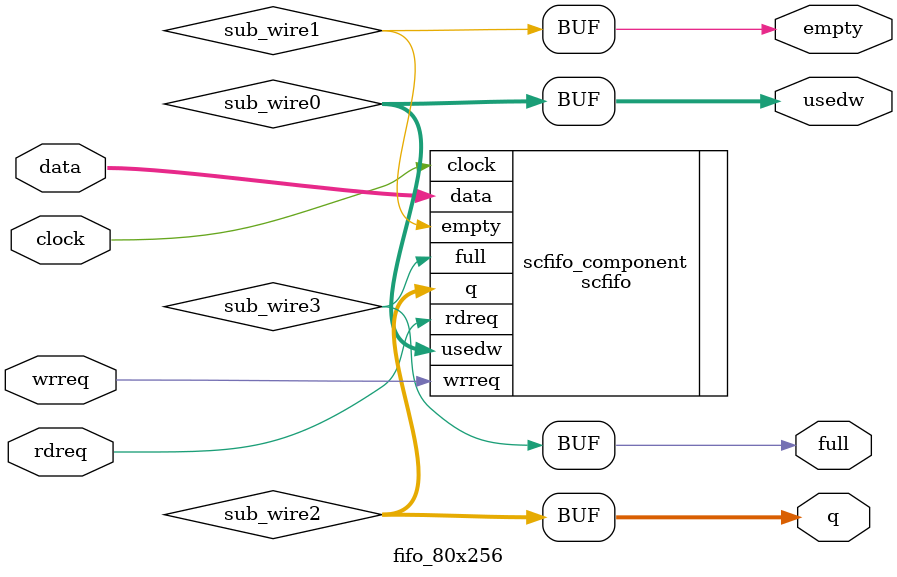
<source format=v>
module fifo_80x256 (
	clock,
	data,
	rdreq,
	wrreq,
	empty,
	full,
	q,
	usedw);
	input	  clock;
	input	[79:0]  data;
	input	  rdreq;
	input	  wrreq;
	output	  empty;
	output	  full;
	output	[79:0]  q;
	output	[7:0]  usedw;
	wire [7:0] sub_wire0;
	wire  sub_wire1;
	wire [79:0] sub_wire2;
	wire  sub_wire3;
	wire [7:0] usedw = sub_wire0[7:0];
	wire  empty = sub_wire1;
	wire [79:0] q = sub_wire2[79:0];
	wire  full = sub_wire3;
	scfifo	scfifo_component (
				.rdreq (rdreq),
				.clock (clock),
				.wrreq (wrreq),
				.data (data),
				.usedw (sub_wire0),
				.empty (sub_wire1),
				.q (sub_wire2),
				.full (sub_wire3)
				// synopsys translate_off
				,
				.aclr (),
				.almost_empty (),
				.almost_full (),
				.sclr ()
				// synopsys translate_on
				);
	defparam
		scfifo_component.add_ram_output_register = "OFF",
		scfifo_component.intended_device_family = "Cyclone III",
		scfifo_component.lpm_numwords = 256,
		scfifo_component.lpm_showahead = "OFF",
		scfifo_component.lpm_type = "scfifo",
		scfifo_component.lpm_width = 80,
		scfifo_component.lpm_widthu = 8,
		scfifo_component.overflow_checking = "OFF",
		scfifo_component.underflow_checking = "OFF",
		scfifo_component.use_eab = "ON";
endmodule
</source>
